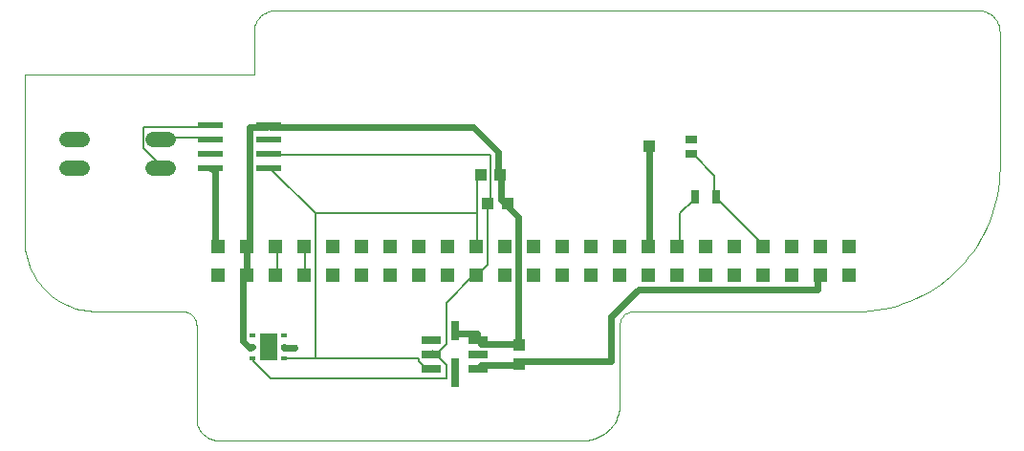
<source format=gtl>
G75*
G70*
%OFA0B0*%
%FSLAX24Y24*%
%IPPOS*%
%LPD*%
%AMOC8*
5,1,8,0,0,1.08239X$1,22.5*
%
%ADD10C,0.0000*%
%ADD11R,0.0515X0.0515*%
%ADD12R,0.0315X0.0984*%
%ADD13R,0.0315X0.0657*%
%ADD14R,0.0657X0.0315*%
%ADD15R,0.0394X0.0433*%
%ADD16R,0.0433X0.0394*%
%ADD17R,0.0433X0.0315*%
%ADD18R,0.0315X0.0472*%
%ADD19R,0.0236X0.0157*%
%ADD20R,0.0630X0.0945*%
%ADD21R,0.0866X0.0236*%
%ADD22C,0.0520*%
%ADD23C,0.0240*%
%ADD24C,0.0240*%
%ADD25C,0.0060*%
D10*
X006100Y000850D02*
X006100Y004100D01*
X006098Y004144D01*
X006092Y004187D01*
X006083Y004229D01*
X006070Y004271D01*
X006053Y004311D01*
X006033Y004350D01*
X006010Y004387D01*
X005983Y004421D01*
X005954Y004454D01*
X005921Y004483D01*
X005887Y004510D01*
X005850Y004533D01*
X005811Y004553D01*
X005771Y004570D01*
X005729Y004583D01*
X005687Y004592D01*
X005644Y004598D01*
X005600Y004600D01*
X002600Y004600D01*
X002481Y004603D01*
X002362Y004611D01*
X002244Y004625D01*
X002127Y004645D01*
X002011Y004670D01*
X001896Y004701D01*
X001782Y004737D01*
X001671Y004779D01*
X001561Y004826D01*
X001454Y004878D01*
X001350Y004935D01*
X001248Y004997D01*
X001150Y005064D01*
X001055Y005135D01*
X000963Y005211D01*
X000875Y005291D01*
X000791Y005375D01*
X000711Y005463D01*
X000635Y005555D01*
X000564Y005650D01*
X000497Y005748D01*
X000435Y005850D01*
X000378Y005954D01*
X000326Y006061D01*
X000279Y006171D01*
X000237Y006282D01*
X000201Y006396D01*
X000170Y006511D01*
X000145Y006627D01*
X000125Y006744D01*
X000111Y006862D01*
X000103Y006981D01*
X000100Y007100D01*
X000100Y012850D01*
X008100Y012850D01*
X008100Y014350D01*
X008102Y014404D01*
X008108Y014457D01*
X008117Y014509D01*
X008130Y014561D01*
X008147Y014612D01*
X008168Y014662D01*
X008192Y014709D01*
X008219Y014755D01*
X008250Y014799D01*
X008283Y014841D01*
X008320Y014880D01*
X008359Y014917D01*
X008401Y014950D01*
X008445Y014981D01*
X008491Y015008D01*
X008538Y015032D01*
X008588Y015053D01*
X008639Y015070D01*
X008691Y015083D01*
X008743Y015092D01*
X008796Y015098D01*
X008850Y015100D01*
X033350Y015100D01*
X033404Y015098D01*
X033457Y015092D01*
X033509Y015083D01*
X033561Y015070D01*
X033612Y015053D01*
X033662Y015032D01*
X033709Y015008D01*
X033755Y014981D01*
X033799Y014950D01*
X033841Y014917D01*
X033880Y014880D01*
X033917Y014841D01*
X033950Y014799D01*
X033981Y014755D01*
X034008Y014709D01*
X034032Y014662D01*
X034053Y014612D01*
X034070Y014561D01*
X034083Y014509D01*
X034092Y014457D01*
X034098Y014404D01*
X034100Y014350D01*
X034100Y009600D01*
X034094Y009362D01*
X034077Y009125D01*
X034049Y008888D01*
X034010Y008654D01*
X033959Y008421D01*
X033897Y008191D01*
X033825Y007965D01*
X033742Y007742D01*
X033648Y007523D01*
X033544Y007309D01*
X033430Y007100D01*
X033306Y006897D01*
X033173Y006700D01*
X033030Y006509D01*
X032879Y006326D01*
X032719Y006150D01*
X032550Y005981D01*
X032374Y005821D01*
X032191Y005670D01*
X032000Y005527D01*
X031803Y005394D01*
X031600Y005270D01*
X031391Y005156D01*
X031177Y005052D01*
X030958Y004958D01*
X030735Y004875D01*
X030509Y004803D01*
X030279Y004741D01*
X030046Y004690D01*
X029812Y004651D01*
X029575Y004623D01*
X029338Y004606D01*
X029100Y004600D01*
X021350Y004600D01*
X021306Y004598D01*
X021263Y004592D01*
X021221Y004583D01*
X021179Y004570D01*
X021139Y004553D01*
X021100Y004533D01*
X021063Y004510D01*
X021029Y004483D01*
X020996Y004454D01*
X020967Y004421D01*
X020940Y004387D01*
X020917Y004350D01*
X020897Y004311D01*
X020880Y004271D01*
X020867Y004229D01*
X020858Y004187D01*
X020852Y004144D01*
X020850Y004100D01*
X020850Y001350D01*
X020848Y001282D01*
X020843Y001215D01*
X020834Y001148D01*
X020821Y001081D01*
X020804Y001016D01*
X020785Y000951D01*
X020761Y000887D01*
X020734Y000825D01*
X020704Y000764D01*
X020671Y000706D01*
X020635Y000649D01*
X020595Y000594D01*
X020553Y000541D01*
X020507Y000490D01*
X020460Y000443D01*
X020409Y000397D01*
X020356Y000355D01*
X020301Y000315D01*
X020244Y000279D01*
X020186Y000246D01*
X020125Y000216D01*
X020063Y000189D01*
X019999Y000165D01*
X019934Y000146D01*
X019869Y000129D01*
X019802Y000116D01*
X019735Y000107D01*
X019668Y000102D01*
X019600Y000100D01*
X006850Y000100D01*
X006796Y000102D01*
X006743Y000108D01*
X006691Y000117D01*
X006639Y000130D01*
X006588Y000147D01*
X006538Y000168D01*
X006491Y000192D01*
X006445Y000219D01*
X006401Y000250D01*
X006359Y000283D01*
X006320Y000320D01*
X006283Y000359D01*
X006250Y000401D01*
X006219Y000445D01*
X006192Y000491D01*
X006168Y000538D01*
X006147Y000588D01*
X006130Y000639D01*
X006117Y000691D01*
X006108Y000743D01*
X006102Y000796D01*
X006100Y000850D01*
D11*
X006850Y005850D03*
X007850Y005850D03*
X008850Y005850D03*
X009850Y005850D03*
X010850Y005850D03*
X011850Y005850D03*
X012850Y005850D03*
X013850Y005850D03*
X014850Y005850D03*
X015850Y005850D03*
X016850Y005850D03*
X017850Y005850D03*
X018850Y005850D03*
X019850Y005850D03*
X020850Y005850D03*
X021850Y005850D03*
X022850Y005850D03*
X023850Y005850D03*
X024850Y005850D03*
X025850Y005850D03*
X026850Y005850D03*
X027850Y005850D03*
X028850Y005850D03*
X028850Y006850D03*
X027850Y006850D03*
X026850Y006850D03*
X025850Y006850D03*
X024850Y006850D03*
X023850Y006850D03*
X022850Y006850D03*
X021850Y006850D03*
X020850Y006850D03*
X019850Y006850D03*
X018850Y006850D03*
X017850Y006850D03*
X016850Y006850D03*
X015850Y006850D03*
X014850Y006850D03*
X013850Y006850D03*
X012850Y006850D03*
X011850Y006850D03*
X010850Y006850D03*
X009850Y006850D03*
X008850Y006850D03*
X007850Y006850D03*
X006850Y006850D03*
D12*
X015100Y002450D03*
D13*
X015100Y003913D03*
D14*
X015913Y003600D03*
X015913Y003100D03*
X015913Y002600D03*
X014287Y002600D03*
X014287Y003100D03*
X014287Y003600D03*
D15*
X017350Y003435D03*
X017350Y002765D03*
D16*
X016935Y008350D03*
X016265Y008350D03*
X016015Y009350D03*
X016685Y009350D03*
X021868Y010346D03*
D17*
X023336Y010094D03*
X023336Y010606D03*
D18*
X023496Y008600D03*
X024204Y008600D03*
D19*
X009151Y003744D03*
X009151Y003350D03*
X009151Y002956D03*
X008049Y002956D03*
X008049Y003350D03*
X008049Y003744D03*
D20*
X008600Y003350D03*
D21*
X008624Y009600D03*
X008624Y010100D03*
X008624Y010600D03*
X008624Y011100D03*
X006576Y011100D03*
X006576Y010600D03*
X006576Y010100D03*
X006576Y009600D03*
D22*
X005110Y009600D02*
X004590Y009600D01*
X004590Y010600D02*
X005110Y010600D01*
X002110Y010600D02*
X001590Y010600D01*
X001590Y009600D02*
X002110Y009600D01*
D23*
X006576Y009600D02*
X006640Y009570D01*
X006760Y009450D01*
X006760Y006930D01*
X006850Y006850D01*
X007840Y006810D02*
X007850Y006850D01*
X007960Y006930D01*
X007960Y011010D01*
X008560Y011010D01*
X008624Y011100D01*
X008680Y011010D01*
X015760Y011010D01*
X016600Y010170D01*
X016600Y009450D01*
X016685Y009350D01*
X016720Y009330D01*
X016720Y008490D01*
X016840Y008370D01*
X016935Y008350D01*
X016960Y008250D01*
X017320Y007890D01*
X017320Y003570D01*
X017350Y003435D01*
X017320Y003450D01*
X016000Y003450D01*
X016000Y003570D01*
X015913Y003600D01*
X015880Y003690D01*
X015880Y003810D01*
X015160Y003810D01*
X015100Y003913D01*
X017320Y002730D02*
X017350Y002765D01*
X017440Y002850D01*
X020560Y002850D01*
X020560Y004410D01*
X021520Y005370D01*
X027760Y005370D01*
X027760Y005850D01*
X027850Y005850D01*
X021880Y006930D02*
X021850Y006850D01*
X021880Y006930D02*
X021880Y010290D01*
X021868Y010346D01*
X007840Y006810D02*
X007840Y005850D01*
X007850Y005850D01*
X007840Y005850D02*
X007720Y005730D01*
X007720Y003570D01*
X007960Y003330D01*
X008049Y003350D01*
X009151Y003350D02*
X009160Y003330D01*
X009520Y003330D01*
X015913Y002600D02*
X016000Y002610D01*
X016000Y002730D01*
X017320Y002730D01*
D24*
X009520Y003330D03*
D25*
X009160Y002970D02*
X009151Y002956D01*
X009160Y002970D02*
X010240Y002970D01*
X010240Y008010D01*
X015880Y008010D01*
X015880Y009210D01*
X016000Y009330D01*
X016015Y009350D01*
X016360Y010050D02*
X016360Y008370D01*
X016265Y008350D01*
X016240Y008250D01*
X016240Y006210D01*
X015880Y005850D01*
X015850Y005850D01*
X015760Y005850D01*
X014800Y004890D01*
X014800Y003450D01*
X014440Y003090D01*
X014287Y003100D01*
X014320Y003210D01*
X014440Y003090D01*
X014800Y002730D01*
X014800Y002250D01*
X008680Y002250D01*
X008080Y002850D01*
X008080Y002970D01*
X008049Y002956D01*
X010240Y002970D02*
X013840Y002970D01*
X013840Y002850D01*
X014200Y002490D01*
X014287Y002600D01*
X009880Y005850D02*
X009850Y005850D01*
X009880Y005850D02*
X009880Y006810D01*
X009850Y006850D01*
X008920Y006810D02*
X008850Y006850D01*
X008920Y006810D02*
X008920Y005850D01*
X008850Y005850D01*
X010240Y008010D02*
X008680Y009570D01*
X008624Y009600D01*
X008680Y010050D02*
X008624Y010100D01*
X008680Y010050D02*
X016360Y010050D01*
X015880Y008010D02*
X015880Y006930D01*
X015850Y006850D01*
X022850Y006850D02*
X022960Y006930D01*
X022960Y008010D01*
X023440Y008490D01*
X023496Y008600D01*
X024160Y008610D02*
X024204Y008600D01*
X024280Y008490D01*
X025840Y006930D01*
X025850Y006850D01*
X024160Y008610D02*
X024160Y009330D01*
X023440Y010050D01*
X023336Y010094D01*
X006576Y010600D02*
X006520Y010650D01*
X004960Y010650D01*
X004850Y010600D01*
X004240Y010290D02*
X004840Y009690D01*
X004850Y009600D01*
X004240Y010290D02*
X004240Y011010D01*
X006520Y011010D01*
X006576Y011100D01*
M02*

</source>
